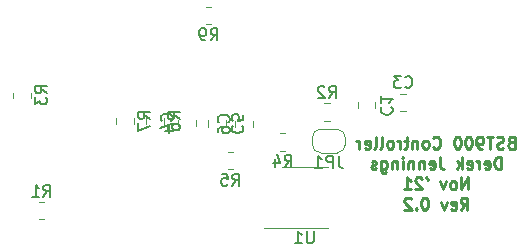
<source format=gbr>
%TF.GenerationSoftware,KiCad,Pcbnew,5.1.10*%
%TF.CreationDate,2021-11-02T12:22:44+00:00*%
%TF.ProjectId,BST900-ESP32,42535439-3030-42d4-9553-5033322e6b69,0.3*%
%TF.SameCoordinates,Original*%
%TF.FileFunction,Legend,Bot*%
%TF.FilePolarity,Positive*%
%FSLAX46Y46*%
G04 Gerber Fmt 4.6, Leading zero omitted, Abs format (unit mm)*
G04 Created by KiCad (PCBNEW 5.1.10) date 2021-11-02 12:22:44*
%MOMM*%
%LPD*%
G01*
G04 APERTURE LIST*
%ADD10C,0.220000*%
%ADD11C,0.120000*%
%ADD12C,0.150000*%
G04 APERTURE END LIST*
D10*
X160234523Y-77548571D02*
X160091666Y-77596190D01*
X160044047Y-77643809D01*
X159996428Y-77739047D01*
X159996428Y-77881904D01*
X160044047Y-77977142D01*
X160091666Y-78024761D01*
X160186904Y-78072380D01*
X160567857Y-78072380D01*
X160567857Y-77072380D01*
X160234523Y-77072380D01*
X160139285Y-77120000D01*
X160091666Y-77167619D01*
X160044047Y-77262857D01*
X160044047Y-77358095D01*
X160091666Y-77453333D01*
X160139285Y-77500952D01*
X160234523Y-77548571D01*
X160567857Y-77548571D01*
X159615476Y-78024761D02*
X159472619Y-78072380D01*
X159234523Y-78072380D01*
X159139285Y-78024761D01*
X159091666Y-77977142D01*
X159044047Y-77881904D01*
X159044047Y-77786666D01*
X159091666Y-77691428D01*
X159139285Y-77643809D01*
X159234523Y-77596190D01*
X159425000Y-77548571D01*
X159520238Y-77500952D01*
X159567857Y-77453333D01*
X159615476Y-77358095D01*
X159615476Y-77262857D01*
X159567857Y-77167619D01*
X159520238Y-77120000D01*
X159425000Y-77072380D01*
X159186904Y-77072380D01*
X159044047Y-77120000D01*
X158758333Y-77072380D02*
X158186904Y-77072380D01*
X158472619Y-78072380D02*
X158472619Y-77072380D01*
X157805952Y-78072380D02*
X157615476Y-78072380D01*
X157520238Y-78024761D01*
X157472619Y-77977142D01*
X157377380Y-77834285D01*
X157329761Y-77643809D01*
X157329761Y-77262857D01*
X157377380Y-77167619D01*
X157425000Y-77120000D01*
X157520238Y-77072380D01*
X157710714Y-77072380D01*
X157805952Y-77120000D01*
X157853571Y-77167619D01*
X157901190Y-77262857D01*
X157901190Y-77500952D01*
X157853571Y-77596190D01*
X157805952Y-77643809D01*
X157710714Y-77691428D01*
X157520238Y-77691428D01*
X157425000Y-77643809D01*
X157377380Y-77596190D01*
X157329761Y-77500952D01*
X156710714Y-77072380D02*
X156615476Y-77072380D01*
X156520238Y-77120000D01*
X156472619Y-77167619D01*
X156425000Y-77262857D01*
X156377380Y-77453333D01*
X156377380Y-77691428D01*
X156425000Y-77881904D01*
X156472619Y-77977142D01*
X156520238Y-78024761D01*
X156615476Y-78072380D01*
X156710714Y-78072380D01*
X156805952Y-78024761D01*
X156853571Y-77977142D01*
X156901190Y-77881904D01*
X156948809Y-77691428D01*
X156948809Y-77453333D01*
X156901190Y-77262857D01*
X156853571Y-77167619D01*
X156805952Y-77120000D01*
X156710714Y-77072380D01*
X155758333Y-77072380D02*
X155663095Y-77072380D01*
X155567857Y-77120000D01*
X155520238Y-77167619D01*
X155472619Y-77262857D01*
X155425000Y-77453333D01*
X155425000Y-77691428D01*
X155472619Y-77881904D01*
X155520238Y-77977142D01*
X155567857Y-78024761D01*
X155663095Y-78072380D01*
X155758333Y-78072380D01*
X155853571Y-78024761D01*
X155901190Y-77977142D01*
X155948809Y-77881904D01*
X155996428Y-77691428D01*
X155996428Y-77453333D01*
X155948809Y-77262857D01*
X155901190Y-77167619D01*
X155853571Y-77120000D01*
X155758333Y-77072380D01*
X153663095Y-77977142D02*
X153710714Y-78024761D01*
X153853571Y-78072380D01*
X153948809Y-78072380D01*
X154091666Y-78024761D01*
X154186904Y-77929523D01*
X154234523Y-77834285D01*
X154282142Y-77643809D01*
X154282142Y-77500952D01*
X154234523Y-77310476D01*
X154186904Y-77215238D01*
X154091666Y-77120000D01*
X153948809Y-77072380D01*
X153853571Y-77072380D01*
X153710714Y-77120000D01*
X153663095Y-77167619D01*
X153091666Y-78072380D02*
X153186904Y-78024761D01*
X153234523Y-77977142D01*
X153282142Y-77881904D01*
X153282142Y-77596190D01*
X153234523Y-77500952D01*
X153186904Y-77453333D01*
X153091666Y-77405714D01*
X152948809Y-77405714D01*
X152853571Y-77453333D01*
X152805952Y-77500952D01*
X152758333Y-77596190D01*
X152758333Y-77881904D01*
X152805952Y-77977142D01*
X152853571Y-78024761D01*
X152948809Y-78072380D01*
X153091666Y-78072380D01*
X152329761Y-77405714D02*
X152329761Y-78072380D01*
X152329761Y-77500952D02*
X152282142Y-77453333D01*
X152186904Y-77405714D01*
X152044047Y-77405714D01*
X151948809Y-77453333D01*
X151901190Y-77548571D01*
X151901190Y-78072380D01*
X151567857Y-77405714D02*
X151186904Y-77405714D01*
X151425000Y-77072380D02*
X151425000Y-77929523D01*
X151377380Y-78024761D01*
X151282142Y-78072380D01*
X151186904Y-78072380D01*
X150853571Y-78072380D02*
X150853571Y-77405714D01*
X150853571Y-77596190D02*
X150805952Y-77500952D01*
X150758333Y-77453333D01*
X150663095Y-77405714D01*
X150567857Y-77405714D01*
X150091666Y-78072380D02*
X150186904Y-78024761D01*
X150234523Y-77977142D01*
X150282142Y-77881904D01*
X150282142Y-77596190D01*
X150234523Y-77500952D01*
X150186904Y-77453333D01*
X150091666Y-77405714D01*
X149948809Y-77405714D01*
X149853571Y-77453333D01*
X149805952Y-77500952D01*
X149758333Y-77596190D01*
X149758333Y-77881904D01*
X149805952Y-77977142D01*
X149853571Y-78024761D01*
X149948809Y-78072380D01*
X150091666Y-78072380D01*
X149186904Y-78072380D02*
X149282142Y-78024761D01*
X149329761Y-77929523D01*
X149329761Y-77072380D01*
X148663095Y-78072380D02*
X148758333Y-78024761D01*
X148805952Y-77929523D01*
X148805952Y-77072380D01*
X147901190Y-78024761D02*
X147996428Y-78072380D01*
X148186904Y-78072380D01*
X148282142Y-78024761D01*
X148329761Y-77929523D01*
X148329761Y-77548571D01*
X148282142Y-77453333D01*
X148186904Y-77405714D01*
X147996428Y-77405714D01*
X147901190Y-77453333D01*
X147853571Y-77548571D01*
X147853571Y-77643809D01*
X148329761Y-77739047D01*
X147425000Y-78072380D02*
X147425000Y-77405714D01*
X147425000Y-77596190D02*
X147377380Y-77500952D01*
X147329761Y-77453333D01*
X147234523Y-77405714D01*
X147139285Y-77405714D01*
X159401190Y-79792380D02*
X159401190Y-78792380D01*
X159163095Y-78792380D01*
X159020238Y-78840000D01*
X158925000Y-78935238D01*
X158877380Y-79030476D01*
X158829761Y-79220952D01*
X158829761Y-79363809D01*
X158877380Y-79554285D01*
X158925000Y-79649523D01*
X159020238Y-79744761D01*
X159163095Y-79792380D01*
X159401190Y-79792380D01*
X158020238Y-79744761D02*
X158115476Y-79792380D01*
X158305952Y-79792380D01*
X158401190Y-79744761D01*
X158448809Y-79649523D01*
X158448809Y-79268571D01*
X158401190Y-79173333D01*
X158305952Y-79125714D01*
X158115476Y-79125714D01*
X158020238Y-79173333D01*
X157972619Y-79268571D01*
X157972619Y-79363809D01*
X158448809Y-79459047D01*
X157544047Y-79792380D02*
X157544047Y-79125714D01*
X157544047Y-79316190D02*
X157496428Y-79220952D01*
X157448809Y-79173333D01*
X157353571Y-79125714D01*
X157258333Y-79125714D01*
X156544047Y-79744761D02*
X156639285Y-79792380D01*
X156829761Y-79792380D01*
X156925000Y-79744761D01*
X156972619Y-79649523D01*
X156972619Y-79268571D01*
X156925000Y-79173333D01*
X156829761Y-79125714D01*
X156639285Y-79125714D01*
X156544047Y-79173333D01*
X156496428Y-79268571D01*
X156496428Y-79363809D01*
X156972619Y-79459047D01*
X156067857Y-79792380D02*
X156067857Y-78792380D01*
X155972619Y-79411428D02*
X155686904Y-79792380D01*
X155686904Y-79125714D02*
X156067857Y-79506666D01*
X154210714Y-78792380D02*
X154210714Y-79506666D01*
X154258333Y-79649523D01*
X154353571Y-79744761D01*
X154496428Y-79792380D01*
X154591666Y-79792380D01*
X153353571Y-79744761D02*
X153448809Y-79792380D01*
X153639285Y-79792380D01*
X153734523Y-79744761D01*
X153782142Y-79649523D01*
X153782142Y-79268571D01*
X153734523Y-79173333D01*
X153639285Y-79125714D01*
X153448809Y-79125714D01*
X153353571Y-79173333D01*
X153305952Y-79268571D01*
X153305952Y-79363809D01*
X153782142Y-79459047D01*
X152877380Y-79125714D02*
X152877380Y-79792380D01*
X152877380Y-79220952D02*
X152829761Y-79173333D01*
X152734523Y-79125714D01*
X152591666Y-79125714D01*
X152496428Y-79173333D01*
X152448809Y-79268571D01*
X152448809Y-79792380D01*
X151972619Y-79125714D02*
X151972619Y-79792380D01*
X151972619Y-79220952D02*
X151925000Y-79173333D01*
X151829761Y-79125714D01*
X151686904Y-79125714D01*
X151591666Y-79173333D01*
X151544047Y-79268571D01*
X151544047Y-79792380D01*
X151067857Y-79792380D02*
X151067857Y-79125714D01*
X151067857Y-78792380D02*
X151115476Y-78840000D01*
X151067857Y-78887619D01*
X151020238Y-78840000D01*
X151067857Y-78792380D01*
X151067857Y-78887619D01*
X150591666Y-79125714D02*
X150591666Y-79792380D01*
X150591666Y-79220952D02*
X150544047Y-79173333D01*
X150448809Y-79125714D01*
X150305952Y-79125714D01*
X150210714Y-79173333D01*
X150163095Y-79268571D01*
X150163095Y-79792380D01*
X149258333Y-79125714D02*
X149258333Y-79935238D01*
X149305952Y-80030476D01*
X149353571Y-80078095D01*
X149448809Y-80125714D01*
X149591666Y-80125714D01*
X149686904Y-80078095D01*
X149258333Y-79744761D02*
X149353571Y-79792380D01*
X149544047Y-79792380D01*
X149639285Y-79744761D01*
X149686904Y-79697142D01*
X149734523Y-79601904D01*
X149734523Y-79316190D01*
X149686904Y-79220952D01*
X149639285Y-79173333D01*
X149544047Y-79125714D01*
X149353571Y-79125714D01*
X149258333Y-79173333D01*
X148829761Y-79744761D02*
X148734523Y-79792380D01*
X148544047Y-79792380D01*
X148448809Y-79744761D01*
X148401190Y-79649523D01*
X148401190Y-79601904D01*
X148448809Y-79506666D01*
X148544047Y-79459047D01*
X148686904Y-79459047D01*
X148782142Y-79411428D01*
X148829761Y-79316190D01*
X148829761Y-79268571D01*
X148782142Y-79173333D01*
X148686904Y-79125714D01*
X148544047Y-79125714D01*
X148448809Y-79173333D01*
X156615476Y-81512380D02*
X156615476Y-80512380D01*
X156044047Y-81512380D01*
X156044047Y-80512380D01*
X155425000Y-81512380D02*
X155520238Y-81464761D01*
X155567857Y-81417142D01*
X155615476Y-81321904D01*
X155615476Y-81036190D01*
X155567857Y-80940952D01*
X155520238Y-80893333D01*
X155425000Y-80845714D01*
X155282142Y-80845714D01*
X155186904Y-80893333D01*
X155139285Y-80940952D01*
X155091666Y-81036190D01*
X155091666Y-81321904D01*
X155139285Y-81417142D01*
X155186904Y-81464761D01*
X155282142Y-81512380D01*
X155425000Y-81512380D01*
X154758333Y-80845714D02*
X154520238Y-81512380D01*
X154282142Y-80845714D01*
X153091666Y-80512380D02*
X153186904Y-80702857D01*
X152710714Y-80607619D02*
X152663095Y-80560000D01*
X152567857Y-80512380D01*
X152329761Y-80512380D01*
X152234523Y-80560000D01*
X152186904Y-80607619D01*
X152139285Y-80702857D01*
X152139285Y-80798095D01*
X152186904Y-80940952D01*
X152758333Y-81512380D01*
X152139285Y-81512380D01*
X151186904Y-81512380D02*
X151758333Y-81512380D01*
X151472619Y-81512380D02*
X151472619Y-80512380D01*
X151567857Y-80655238D01*
X151663095Y-80750476D01*
X151758333Y-80798095D01*
X155996428Y-83232380D02*
X156329761Y-82756190D01*
X156567857Y-83232380D02*
X156567857Y-82232380D01*
X156186904Y-82232380D01*
X156091666Y-82280000D01*
X156044047Y-82327619D01*
X155996428Y-82422857D01*
X155996428Y-82565714D01*
X156044047Y-82660952D01*
X156091666Y-82708571D01*
X156186904Y-82756190D01*
X156567857Y-82756190D01*
X155186904Y-83184761D02*
X155282142Y-83232380D01*
X155472619Y-83232380D01*
X155567857Y-83184761D01*
X155615476Y-83089523D01*
X155615476Y-82708571D01*
X155567857Y-82613333D01*
X155472619Y-82565714D01*
X155282142Y-82565714D01*
X155186904Y-82613333D01*
X155139285Y-82708571D01*
X155139285Y-82803809D01*
X155615476Y-82899047D01*
X154805952Y-82565714D02*
X154567857Y-83232380D01*
X154329761Y-82565714D01*
X152996428Y-82232380D02*
X152901190Y-82232380D01*
X152805952Y-82280000D01*
X152758333Y-82327619D01*
X152710714Y-82422857D01*
X152663095Y-82613333D01*
X152663095Y-82851428D01*
X152710714Y-83041904D01*
X152758333Y-83137142D01*
X152805952Y-83184761D01*
X152901190Y-83232380D01*
X152996428Y-83232380D01*
X153091666Y-83184761D01*
X153139285Y-83137142D01*
X153186904Y-83041904D01*
X153234523Y-82851428D01*
X153234523Y-82613333D01*
X153186904Y-82422857D01*
X153139285Y-82327619D01*
X153091666Y-82280000D01*
X152996428Y-82232380D01*
X152234523Y-83137142D02*
X152186904Y-83184761D01*
X152234523Y-83232380D01*
X152282142Y-83184761D01*
X152234523Y-83137142D01*
X152234523Y-83232380D01*
X151805952Y-82327619D02*
X151758333Y-82280000D01*
X151663095Y-82232380D01*
X151425000Y-82232380D01*
X151329761Y-82280000D01*
X151282142Y-82327619D01*
X151234523Y-82422857D01*
X151234523Y-82518095D01*
X151282142Y-82660952D01*
X151853571Y-83232380D01*
X151234523Y-83232380D01*
D11*
%TO.C,C4*%
X132090000Y-75638748D02*
X132090000Y-76161252D01*
X133560000Y-75638748D02*
X133560000Y-76161252D01*
%TO.C,C5*%
X136110000Y-76211252D02*
X136110000Y-75688748D01*
X134640000Y-76211252D02*
X134640000Y-75688748D01*
%TO.C,C6*%
X136915000Y-75738748D02*
X136915000Y-76261252D01*
X138385000Y-75738748D02*
X138385000Y-76261252D01*
%TO.C,C1*%
X148735000Y-74661252D02*
X148735000Y-74138748D01*
X147265000Y-74661252D02*
X147265000Y-74138748D01*
%TO.C,R1*%
X120727064Y-82590000D02*
X120272936Y-82590000D01*
X120727064Y-84060000D02*
X120272936Y-84060000D01*
%TO.C,R2*%
X144902064Y-74240000D02*
X144447936Y-74240000D01*
X144902064Y-75710000D02*
X144447936Y-75710000D01*
%TO.C,R4*%
X140697936Y-78235000D02*
X141152064Y-78235000D01*
X140697936Y-76765000D02*
X141152064Y-76765000D01*
%TO.C,R3*%
X119585000Y-73777064D02*
X119585000Y-73322936D01*
X118115000Y-73777064D02*
X118115000Y-73322936D01*
%TO.C,R5*%
X136272936Y-79835000D02*
X136727064Y-79835000D01*
X136272936Y-78365000D02*
X136727064Y-78365000D01*
%TO.C,JP1*%
X143425000Y-77125000D02*
X143425000Y-77725000D01*
X145525000Y-76425000D02*
X144125000Y-76425000D01*
X146225000Y-77725000D02*
X146225000Y-77125000D01*
X144125000Y-78425000D02*
X145525000Y-78425000D01*
X143425000Y-77725000D02*
G75*
G03*
X144125000Y-78425000I700000J0D01*
G01*
X144125000Y-76425000D02*
G75*
G03*
X143425000Y-77125000I0J-700000D01*
G01*
X146225000Y-77125000D02*
G75*
G03*
X145525000Y-76425000I-700000J0D01*
G01*
X145525000Y-78425000D02*
G75*
G03*
X146225000Y-77725000I0J700000D01*
G01*
%TO.C,U1*%
X142775000Y-79665000D02*
X144725000Y-79665000D01*
X142775000Y-79665000D02*
X140825000Y-79665000D01*
X142775000Y-84785000D02*
X144725000Y-84785000D01*
X142775000Y-84785000D02*
X139325000Y-84785000D01*
%TO.C,R6*%
X130835000Y-75977064D02*
X130835000Y-75522936D01*
X129365000Y-75977064D02*
X129365000Y-75522936D01*
%TO.C,R7*%
X128310000Y-75952064D02*
X128310000Y-75497936D01*
X126840000Y-75952064D02*
X126840000Y-75497936D01*
%TO.C,C3*%
X151386252Y-73415000D02*
X150863748Y-73415000D01*
X151386252Y-74885000D02*
X150863748Y-74885000D01*
%TO.C,R9*%
X134422936Y-67535000D02*
X134877064Y-67535000D01*
X134422936Y-66065000D02*
X134877064Y-66065000D01*
%TO.C,C4*%
D12*
X131502142Y-75733333D02*
X131549761Y-75685714D01*
X131597380Y-75542857D01*
X131597380Y-75447619D01*
X131549761Y-75304761D01*
X131454523Y-75209523D01*
X131359285Y-75161904D01*
X131168809Y-75114285D01*
X131025952Y-75114285D01*
X130835476Y-75161904D01*
X130740238Y-75209523D01*
X130645000Y-75304761D01*
X130597380Y-75447619D01*
X130597380Y-75542857D01*
X130645000Y-75685714D01*
X130692619Y-75733333D01*
X130930714Y-76590476D02*
X131597380Y-76590476D01*
X130549761Y-76352380D02*
X131264047Y-76114285D01*
X131264047Y-76733333D01*
%TO.C,C5*%
X136697857Y-76116666D02*
X136650238Y-76164285D01*
X136602619Y-76307142D01*
X136602619Y-76402380D01*
X136650238Y-76545238D01*
X136745476Y-76640476D01*
X136840714Y-76688095D01*
X137031190Y-76735714D01*
X137174047Y-76735714D01*
X137364523Y-76688095D01*
X137459761Y-76640476D01*
X137555000Y-76545238D01*
X137602619Y-76402380D01*
X137602619Y-76307142D01*
X137555000Y-76164285D01*
X137507380Y-76116666D01*
X137602619Y-75211904D02*
X137602619Y-75688095D01*
X137126428Y-75735714D01*
X137174047Y-75688095D01*
X137221666Y-75592857D01*
X137221666Y-75354761D01*
X137174047Y-75259523D01*
X137126428Y-75211904D01*
X137031190Y-75164285D01*
X136793095Y-75164285D01*
X136697857Y-75211904D01*
X136650238Y-75259523D01*
X136602619Y-75354761D01*
X136602619Y-75592857D01*
X136650238Y-75688095D01*
X136697857Y-75735714D01*
%TO.C,C6*%
X136327142Y-75833333D02*
X136374761Y-75785714D01*
X136422380Y-75642857D01*
X136422380Y-75547619D01*
X136374761Y-75404761D01*
X136279523Y-75309523D01*
X136184285Y-75261904D01*
X135993809Y-75214285D01*
X135850952Y-75214285D01*
X135660476Y-75261904D01*
X135565238Y-75309523D01*
X135470000Y-75404761D01*
X135422380Y-75547619D01*
X135422380Y-75642857D01*
X135470000Y-75785714D01*
X135517619Y-75833333D01*
X135422380Y-76690476D02*
X135422380Y-76500000D01*
X135470000Y-76404761D01*
X135517619Y-76357142D01*
X135660476Y-76261904D01*
X135850952Y-76214285D01*
X136231904Y-76214285D01*
X136327142Y-76261904D01*
X136374761Y-76309523D01*
X136422380Y-76404761D01*
X136422380Y-76595238D01*
X136374761Y-76690476D01*
X136327142Y-76738095D01*
X136231904Y-76785714D01*
X135993809Y-76785714D01*
X135898571Y-76738095D01*
X135850952Y-76690476D01*
X135803333Y-76595238D01*
X135803333Y-76404761D01*
X135850952Y-76309523D01*
X135898571Y-76261904D01*
X135993809Y-76214285D01*
%TO.C,C1*%
X149322857Y-74566666D02*
X149275238Y-74614285D01*
X149227619Y-74757142D01*
X149227619Y-74852380D01*
X149275238Y-74995238D01*
X149370476Y-75090476D01*
X149465714Y-75138095D01*
X149656190Y-75185714D01*
X149799047Y-75185714D01*
X149989523Y-75138095D01*
X150084761Y-75090476D01*
X150180000Y-74995238D01*
X150227619Y-74852380D01*
X150227619Y-74757142D01*
X150180000Y-74614285D01*
X150132380Y-74566666D01*
X149227619Y-73614285D02*
X149227619Y-74185714D01*
X149227619Y-73900000D02*
X150227619Y-73900000D01*
X150084761Y-73995238D01*
X149989523Y-74090476D01*
X149941904Y-74185714D01*
%TO.C,R1*%
X120666666Y-82127380D02*
X121000000Y-81651190D01*
X121238095Y-82127380D02*
X121238095Y-81127380D01*
X120857142Y-81127380D01*
X120761904Y-81175000D01*
X120714285Y-81222619D01*
X120666666Y-81317857D01*
X120666666Y-81460714D01*
X120714285Y-81555952D01*
X120761904Y-81603571D01*
X120857142Y-81651190D01*
X121238095Y-81651190D01*
X119714285Y-82127380D02*
X120285714Y-82127380D01*
X120000000Y-82127380D02*
X120000000Y-81127380D01*
X120095238Y-81270238D01*
X120190476Y-81365476D01*
X120285714Y-81413095D01*
%TO.C,R2*%
X144841666Y-73777380D02*
X145175000Y-73301190D01*
X145413095Y-73777380D02*
X145413095Y-72777380D01*
X145032142Y-72777380D01*
X144936904Y-72825000D01*
X144889285Y-72872619D01*
X144841666Y-72967857D01*
X144841666Y-73110714D01*
X144889285Y-73205952D01*
X144936904Y-73253571D01*
X145032142Y-73301190D01*
X145413095Y-73301190D01*
X144460714Y-72872619D02*
X144413095Y-72825000D01*
X144317857Y-72777380D01*
X144079761Y-72777380D01*
X143984523Y-72825000D01*
X143936904Y-72872619D01*
X143889285Y-72967857D01*
X143889285Y-73063095D01*
X143936904Y-73205952D01*
X144508333Y-73777380D01*
X143889285Y-73777380D01*
%TO.C,R4*%
X141091666Y-79602380D02*
X141425000Y-79126190D01*
X141663095Y-79602380D02*
X141663095Y-78602380D01*
X141282142Y-78602380D01*
X141186904Y-78650000D01*
X141139285Y-78697619D01*
X141091666Y-78792857D01*
X141091666Y-78935714D01*
X141139285Y-79030952D01*
X141186904Y-79078571D01*
X141282142Y-79126190D01*
X141663095Y-79126190D01*
X140234523Y-78935714D02*
X140234523Y-79602380D01*
X140472619Y-78554761D02*
X140710714Y-79269047D01*
X140091666Y-79269047D01*
%TO.C,R3*%
X120952380Y-73383333D02*
X120476190Y-73050000D01*
X120952380Y-72811904D02*
X119952380Y-72811904D01*
X119952380Y-73192857D01*
X120000000Y-73288095D01*
X120047619Y-73335714D01*
X120142857Y-73383333D01*
X120285714Y-73383333D01*
X120380952Y-73335714D01*
X120428571Y-73288095D01*
X120476190Y-73192857D01*
X120476190Y-72811904D01*
X119952380Y-73716666D02*
X119952380Y-74335714D01*
X120333333Y-74002380D01*
X120333333Y-74145238D01*
X120380952Y-74240476D01*
X120428571Y-74288095D01*
X120523809Y-74335714D01*
X120761904Y-74335714D01*
X120857142Y-74288095D01*
X120904761Y-74240476D01*
X120952380Y-74145238D01*
X120952380Y-73859523D01*
X120904761Y-73764285D01*
X120857142Y-73716666D01*
%TO.C,R5*%
X136666666Y-81202380D02*
X137000000Y-80726190D01*
X137238095Y-81202380D02*
X137238095Y-80202380D01*
X136857142Y-80202380D01*
X136761904Y-80250000D01*
X136714285Y-80297619D01*
X136666666Y-80392857D01*
X136666666Y-80535714D01*
X136714285Y-80630952D01*
X136761904Y-80678571D01*
X136857142Y-80726190D01*
X137238095Y-80726190D01*
X135761904Y-80202380D02*
X136238095Y-80202380D01*
X136285714Y-80678571D01*
X136238095Y-80630952D01*
X136142857Y-80583333D01*
X135904761Y-80583333D01*
X135809523Y-80630952D01*
X135761904Y-80678571D01*
X135714285Y-80773809D01*
X135714285Y-81011904D01*
X135761904Y-81107142D01*
X135809523Y-81154761D01*
X135904761Y-81202380D01*
X136142857Y-81202380D01*
X136238095Y-81154761D01*
X136285714Y-81107142D01*
%TO.C,JP1*%
X145658333Y-78677380D02*
X145658333Y-79391666D01*
X145705952Y-79534523D01*
X145801190Y-79629761D01*
X145944047Y-79677380D01*
X146039285Y-79677380D01*
X145182142Y-79677380D02*
X145182142Y-78677380D01*
X144801190Y-78677380D01*
X144705952Y-78725000D01*
X144658333Y-78772619D01*
X144610714Y-78867857D01*
X144610714Y-79010714D01*
X144658333Y-79105952D01*
X144705952Y-79153571D01*
X144801190Y-79201190D01*
X145182142Y-79201190D01*
X143658333Y-79677380D02*
X144229761Y-79677380D01*
X143944047Y-79677380D02*
X143944047Y-78677380D01*
X144039285Y-78820238D01*
X144134523Y-78915476D01*
X144229761Y-78963095D01*
%TO.C,U1*%
X143536904Y-85077380D02*
X143536904Y-85886904D01*
X143489285Y-85982142D01*
X143441666Y-86029761D01*
X143346428Y-86077380D01*
X143155952Y-86077380D01*
X143060714Y-86029761D01*
X143013095Y-85982142D01*
X142965476Y-85886904D01*
X142965476Y-85077380D01*
X141965476Y-86077380D02*
X142536904Y-86077380D01*
X142251190Y-86077380D02*
X142251190Y-85077380D01*
X142346428Y-85220238D01*
X142441666Y-85315476D01*
X142536904Y-85363095D01*
%TO.C,R6*%
X132202380Y-75583333D02*
X131726190Y-75250000D01*
X132202380Y-75011904D02*
X131202380Y-75011904D01*
X131202380Y-75392857D01*
X131250000Y-75488095D01*
X131297619Y-75535714D01*
X131392857Y-75583333D01*
X131535714Y-75583333D01*
X131630952Y-75535714D01*
X131678571Y-75488095D01*
X131726190Y-75392857D01*
X131726190Y-75011904D01*
X131202380Y-76440476D02*
X131202380Y-76250000D01*
X131250000Y-76154761D01*
X131297619Y-76107142D01*
X131440476Y-76011904D01*
X131630952Y-75964285D01*
X132011904Y-75964285D01*
X132107142Y-76011904D01*
X132154761Y-76059523D01*
X132202380Y-76154761D01*
X132202380Y-76345238D01*
X132154761Y-76440476D01*
X132107142Y-76488095D01*
X132011904Y-76535714D01*
X131773809Y-76535714D01*
X131678571Y-76488095D01*
X131630952Y-76440476D01*
X131583333Y-76345238D01*
X131583333Y-76154761D01*
X131630952Y-76059523D01*
X131678571Y-76011904D01*
X131773809Y-75964285D01*
%TO.C,R7*%
X129677380Y-75558333D02*
X129201190Y-75225000D01*
X129677380Y-74986904D02*
X128677380Y-74986904D01*
X128677380Y-75367857D01*
X128725000Y-75463095D01*
X128772619Y-75510714D01*
X128867857Y-75558333D01*
X129010714Y-75558333D01*
X129105952Y-75510714D01*
X129153571Y-75463095D01*
X129201190Y-75367857D01*
X129201190Y-74986904D01*
X128677380Y-75891666D02*
X128677380Y-76558333D01*
X129677380Y-76129761D01*
%TO.C,C3*%
X151291666Y-72827142D02*
X151339285Y-72874761D01*
X151482142Y-72922380D01*
X151577380Y-72922380D01*
X151720238Y-72874761D01*
X151815476Y-72779523D01*
X151863095Y-72684285D01*
X151910714Y-72493809D01*
X151910714Y-72350952D01*
X151863095Y-72160476D01*
X151815476Y-72065238D01*
X151720238Y-71970000D01*
X151577380Y-71922380D01*
X151482142Y-71922380D01*
X151339285Y-71970000D01*
X151291666Y-72017619D01*
X150958333Y-71922380D02*
X150339285Y-71922380D01*
X150672619Y-72303333D01*
X150529761Y-72303333D01*
X150434523Y-72350952D01*
X150386904Y-72398571D01*
X150339285Y-72493809D01*
X150339285Y-72731904D01*
X150386904Y-72827142D01*
X150434523Y-72874761D01*
X150529761Y-72922380D01*
X150815476Y-72922380D01*
X150910714Y-72874761D01*
X150958333Y-72827142D01*
%TO.C,R9*%
X134816666Y-68902380D02*
X135150000Y-68426190D01*
X135388095Y-68902380D02*
X135388095Y-67902380D01*
X135007142Y-67902380D01*
X134911904Y-67950000D01*
X134864285Y-67997619D01*
X134816666Y-68092857D01*
X134816666Y-68235714D01*
X134864285Y-68330952D01*
X134911904Y-68378571D01*
X135007142Y-68426190D01*
X135388095Y-68426190D01*
X134340476Y-68902380D02*
X134150000Y-68902380D01*
X134054761Y-68854761D01*
X134007142Y-68807142D01*
X133911904Y-68664285D01*
X133864285Y-68473809D01*
X133864285Y-68092857D01*
X133911904Y-67997619D01*
X133959523Y-67950000D01*
X134054761Y-67902380D01*
X134245238Y-67902380D01*
X134340476Y-67950000D01*
X134388095Y-67997619D01*
X134435714Y-68092857D01*
X134435714Y-68330952D01*
X134388095Y-68426190D01*
X134340476Y-68473809D01*
X134245238Y-68521428D01*
X134054761Y-68521428D01*
X133959523Y-68473809D01*
X133911904Y-68426190D01*
X133864285Y-68330952D01*
%TD*%
M02*

</source>
